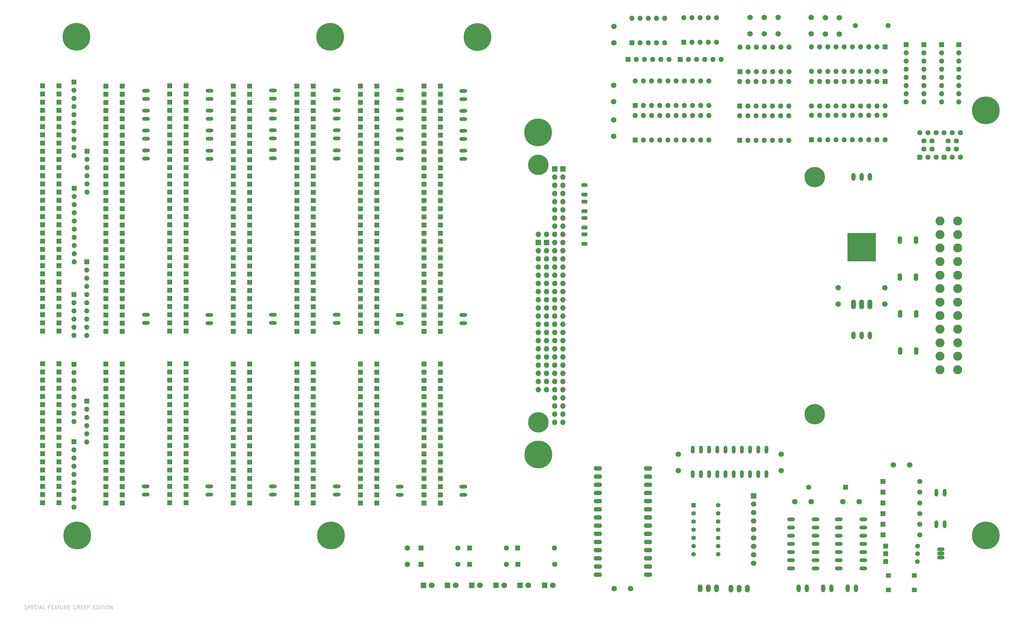
<source format=gts>
G04 #@! TF.GenerationSoftware,KiCad,Pcbnew,8.0.5*
G04 #@! TF.CreationDate,2024-09-20T21:49:53-04:00*
G04 #@! TF.ProjectId,ISA_PC104 Backplane,4953415f-5043-4313-9034-204261636b70,rev?*
G04 #@! TF.SameCoordinates,Original*
G04 #@! TF.FileFunction,Soldermask,Top*
G04 #@! TF.FilePolarity,Negative*
%FSLAX46Y46*%
G04 Gerber Fmt 4.6, Leading zero omitted, Abs format (unit mm)*
G04 Created by KiCad (PCBNEW 8.0.5) date 2024-09-20 21:49:53*
%MOMM*%
%LPD*%
G01*
G04 APERTURE LIST*
G04 Aperture macros list*
%AMRoundRect*
0 Rectangle with rounded corners*
0 $1 Rounding radius*
0 $2 $3 $4 $5 $6 $7 $8 $9 X,Y pos of 4 corners*
0 Add a 4 corners polygon primitive as box body*
4,1,4,$2,$3,$4,$5,$6,$7,$8,$9,$2,$3,0*
0 Add four circle primitives for the rounded corners*
1,1,$1+$1,$2,$3*
1,1,$1+$1,$4,$5*
1,1,$1+$1,$6,$7*
1,1,$1+$1,$8,$9*
0 Add four rect primitives between the rounded corners*
20,1,$1+$1,$2,$3,$4,$5,0*
20,1,$1+$1,$4,$5,$6,$7,0*
20,1,$1+$1,$6,$7,$8,$9,0*
20,1,$1+$1,$8,$9,$2,$3,0*%
G04 Aperture macros list end*
%ADD10C,0.110000*%
%ADD11O,2.284000X1.244000*%
%ADD12R,1.800000X1.800000*%
%ADD13C,1.800000*%
%ADD14R,1.600000X1.600000*%
%ADD15C,1.600000*%
%ADD16R,1.500000X1.500000*%
%ADD17C,1.500000*%
%ADD18C,0.900000*%
%ADD19C,8.600000*%
%ADD20O,1.400000X2.400000*%
%ADD21C,1.701800*%
%ADD22O,2.400000X1.200000*%
%ADD23RoundRect,0.250000X-0.650000X0.325000X-0.650000X-0.325000X0.650000X-0.325000X0.650000X0.325000X0*%
%ADD24O,1.600000X1.600000*%
%ADD25R,1.397000X1.397000*%
%ADD26C,1.397000*%
%ADD27C,6.350000*%
%ADD28R,1.700000X1.700000*%
%ADD29O,1.700000X1.700000*%
%ADD30O,1.500000X2.400000*%
%ADD31O,1.300000X2.400000*%
%ADD32O,1.200000X2.400000*%
%ADD33C,1.700000*%
%ADD34RoundRect,0.250000X0.650000X-0.325000X0.650000X0.325000X-0.650000X0.325000X-0.650000X-0.325000X0*%
%ADD35R,1.524000X1.524000*%
%ADD36C,2.800000*%
%ADD37O,2.400000X1.214000*%
%ADD38R,8.890000X8.890000*%
%ADD39O,1.524000X3.000000*%
%ADD40O,2.604000X1.404000*%
%ADD41R,1.600000X1.400000*%
G04 APERTURE END LIST*
D10*
X89431891Y-247407280D02*
X89589034Y-247459660D01*
X89589034Y-247459660D02*
X89850939Y-247459660D01*
X89850939Y-247459660D02*
X89955701Y-247407280D01*
X89955701Y-247407280D02*
X90008082Y-247354899D01*
X90008082Y-247354899D02*
X90060463Y-247250137D01*
X90060463Y-247250137D02*
X90060463Y-247145375D01*
X90060463Y-247145375D02*
X90008082Y-247040613D01*
X90008082Y-247040613D02*
X89955701Y-246988232D01*
X89955701Y-246988232D02*
X89850939Y-246935851D01*
X89850939Y-246935851D02*
X89641415Y-246883470D01*
X89641415Y-246883470D02*
X89536653Y-246831089D01*
X89536653Y-246831089D02*
X89484272Y-246778708D01*
X89484272Y-246778708D02*
X89431891Y-246673946D01*
X89431891Y-246673946D02*
X89431891Y-246569184D01*
X89431891Y-246569184D02*
X89484272Y-246464422D01*
X89484272Y-246464422D02*
X89536653Y-246412041D01*
X89536653Y-246412041D02*
X89641415Y-246359660D01*
X89641415Y-246359660D02*
X89903320Y-246359660D01*
X89903320Y-246359660D02*
X90060463Y-246412041D01*
X90531891Y-247459660D02*
X90531891Y-246359660D01*
X90531891Y-246359660D02*
X90950939Y-246359660D01*
X90950939Y-246359660D02*
X91055701Y-246412041D01*
X91055701Y-246412041D02*
X91108082Y-246464422D01*
X91108082Y-246464422D02*
X91160463Y-246569184D01*
X91160463Y-246569184D02*
X91160463Y-246726327D01*
X91160463Y-246726327D02*
X91108082Y-246831089D01*
X91108082Y-246831089D02*
X91055701Y-246883470D01*
X91055701Y-246883470D02*
X90950939Y-246935851D01*
X90950939Y-246935851D02*
X90531891Y-246935851D01*
X91631891Y-246883470D02*
X91998558Y-246883470D01*
X92155701Y-247459660D02*
X91631891Y-247459660D01*
X91631891Y-247459660D02*
X91631891Y-246359660D01*
X91631891Y-246359660D02*
X92155701Y-246359660D01*
X93255701Y-247354899D02*
X93203320Y-247407280D01*
X93203320Y-247407280D02*
X93046177Y-247459660D01*
X93046177Y-247459660D02*
X92941415Y-247459660D01*
X92941415Y-247459660D02*
X92784272Y-247407280D01*
X92784272Y-247407280D02*
X92679510Y-247302518D01*
X92679510Y-247302518D02*
X92627129Y-247197756D01*
X92627129Y-247197756D02*
X92574748Y-246988232D01*
X92574748Y-246988232D02*
X92574748Y-246831089D01*
X92574748Y-246831089D02*
X92627129Y-246621565D01*
X92627129Y-246621565D02*
X92679510Y-246516803D01*
X92679510Y-246516803D02*
X92784272Y-246412041D01*
X92784272Y-246412041D02*
X92941415Y-246359660D01*
X92941415Y-246359660D02*
X93046177Y-246359660D01*
X93046177Y-246359660D02*
X93203320Y-246412041D01*
X93203320Y-246412041D02*
X93255701Y-246464422D01*
X93727129Y-247459660D02*
X93727129Y-246359660D01*
X94198558Y-247145375D02*
X94722368Y-247145375D01*
X94093796Y-247459660D02*
X94460463Y-246359660D01*
X94460463Y-246359660D02*
X94827130Y-247459660D01*
X95717606Y-247459660D02*
X95193796Y-247459660D01*
X95193796Y-247459660D02*
X95193796Y-246359660D01*
X97289034Y-246883470D02*
X96922367Y-246883470D01*
X96922367Y-247459660D02*
X96922367Y-246359660D01*
X96922367Y-246359660D02*
X97446177Y-246359660D01*
X97865224Y-246883470D02*
X98231891Y-246883470D01*
X98389034Y-247459660D02*
X97865224Y-247459660D01*
X97865224Y-247459660D02*
X97865224Y-246359660D01*
X97865224Y-246359660D02*
X98389034Y-246359660D01*
X98808081Y-247145375D02*
X99331891Y-247145375D01*
X98703319Y-247459660D02*
X99069986Y-246359660D01*
X99069986Y-246359660D02*
X99436653Y-247459660D01*
X99646176Y-246359660D02*
X100274748Y-246359660D01*
X99960462Y-247459660D02*
X99960462Y-246359660D01*
X100641414Y-246359660D02*
X100641414Y-247250137D01*
X100641414Y-247250137D02*
X100693795Y-247354899D01*
X100693795Y-247354899D02*
X100746176Y-247407280D01*
X100746176Y-247407280D02*
X100850938Y-247459660D01*
X100850938Y-247459660D02*
X101060462Y-247459660D01*
X101060462Y-247459660D02*
X101165224Y-247407280D01*
X101165224Y-247407280D02*
X101217605Y-247354899D01*
X101217605Y-247354899D02*
X101269986Y-247250137D01*
X101269986Y-247250137D02*
X101269986Y-246359660D01*
X102422367Y-247459660D02*
X102055700Y-246935851D01*
X101793795Y-247459660D02*
X101793795Y-246359660D01*
X101793795Y-246359660D02*
X102212843Y-246359660D01*
X102212843Y-246359660D02*
X102317605Y-246412041D01*
X102317605Y-246412041D02*
X102369986Y-246464422D01*
X102369986Y-246464422D02*
X102422367Y-246569184D01*
X102422367Y-246569184D02*
X102422367Y-246726327D01*
X102422367Y-246726327D02*
X102369986Y-246831089D01*
X102369986Y-246831089D02*
X102317605Y-246883470D01*
X102317605Y-246883470D02*
X102212843Y-246935851D01*
X102212843Y-246935851D02*
X101793795Y-246935851D01*
X102893795Y-246883470D02*
X103260462Y-246883470D01*
X103417605Y-247459660D02*
X102893795Y-247459660D01*
X102893795Y-247459660D02*
X102893795Y-246359660D01*
X102893795Y-246359660D02*
X103417605Y-246359660D01*
X105355700Y-247354899D02*
X105303319Y-247407280D01*
X105303319Y-247407280D02*
X105146176Y-247459660D01*
X105146176Y-247459660D02*
X105041414Y-247459660D01*
X105041414Y-247459660D02*
X104884271Y-247407280D01*
X104884271Y-247407280D02*
X104779509Y-247302518D01*
X104779509Y-247302518D02*
X104727128Y-247197756D01*
X104727128Y-247197756D02*
X104674747Y-246988232D01*
X104674747Y-246988232D02*
X104674747Y-246831089D01*
X104674747Y-246831089D02*
X104727128Y-246621565D01*
X104727128Y-246621565D02*
X104779509Y-246516803D01*
X104779509Y-246516803D02*
X104884271Y-246412041D01*
X104884271Y-246412041D02*
X105041414Y-246359660D01*
X105041414Y-246359660D02*
X105146176Y-246359660D01*
X105146176Y-246359660D02*
X105303319Y-246412041D01*
X105303319Y-246412041D02*
X105355700Y-246464422D01*
X106455700Y-247459660D02*
X106089033Y-246935851D01*
X105827128Y-247459660D02*
X105827128Y-246359660D01*
X105827128Y-246359660D02*
X106246176Y-246359660D01*
X106246176Y-246359660D02*
X106350938Y-246412041D01*
X106350938Y-246412041D02*
X106403319Y-246464422D01*
X106403319Y-246464422D02*
X106455700Y-246569184D01*
X106455700Y-246569184D02*
X106455700Y-246726327D01*
X106455700Y-246726327D02*
X106403319Y-246831089D01*
X106403319Y-246831089D02*
X106350938Y-246883470D01*
X106350938Y-246883470D02*
X106246176Y-246935851D01*
X106246176Y-246935851D02*
X105827128Y-246935851D01*
X106927128Y-246883470D02*
X107293795Y-246883470D01*
X107450938Y-247459660D02*
X106927128Y-247459660D01*
X106927128Y-247459660D02*
X106927128Y-246359660D01*
X106927128Y-246359660D02*
X107450938Y-246359660D01*
X107922366Y-246883470D02*
X108289033Y-246883470D01*
X108446176Y-247459660D02*
X107922366Y-247459660D01*
X107922366Y-247459660D02*
X107922366Y-246359660D01*
X107922366Y-246359660D02*
X108446176Y-246359660D01*
X108917604Y-247459660D02*
X108917604Y-246359660D01*
X108917604Y-246359660D02*
X109336652Y-246359660D01*
X109336652Y-246359660D02*
X109441414Y-246412041D01*
X109441414Y-246412041D02*
X109493795Y-246464422D01*
X109493795Y-246464422D02*
X109546176Y-246569184D01*
X109546176Y-246569184D02*
X109546176Y-246726327D01*
X109546176Y-246726327D02*
X109493795Y-246831089D01*
X109493795Y-246831089D02*
X109441414Y-246883470D01*
X109441414Y-246883470D02*
X109336652Y-246935851D01*
X109336652Y-246935851D02*
X108917604Y-246935851D01*
X110855699Y-246883470D02*
X111222366Y-246883470D01*
X111379509Y-247459660D02*
X110855699Y-247459660D01*
X110855699Y-247459660D02*
X110855699Y-246359660D01*
X110855699Y-246359660D02*
X111379509Y-246359660D01*
X111850937Y-247459660D02*
X111850937Y-246359660D01*
X111850937Y-246359660D02*
X112112842Y-246359660D01*
X112112842Y-246359660D02*
X112269985Y-246412041D01*
X112269985Y-246412041D02*
X112374747Y-246516803D01*
X112374747Y-246516803D02*
X112427128Y-246621565D01*
X112427128Y-246621565D02*
X112479509Y-246831089D01*
X112479509Y-246831089D02*
X112479509Y-246988232D01*
X112479509Y-246988232D02*
X112427128Y-247197756D01*
X112427128Y-247197756D02*
X112374747Y-247302518D01*
X112374747Y-247302518D02*
X112269985Y-247407280D01*
X112269985Y-247407280D02*
X112112842Y-247459660D01*
X112112842Y-247459660D02*
X111850937Y-247459660D01*
X112950937Y-247459660D02*
X112950937Y-246359660D01*
X113317604Y-246359660D02*
X113946176Y-246359660D01*
X113631890Y-247459660D02*
X113631890Y-246359660D01*
X114312842Y-247459660D02*
X114312842Y-246359660D01*
X115046176Y-246359660D02*
X115255700Y-246359660D01*
X115255700Y-246359660D02*
X115360462Y-246412041D01*
X115360462Y-246412041D02*
X115465224Y-246516803D01*
X115465224Y-246516803D02*
X115517605Y-246726327D01*
X115517605Y-246726327D02*
X115517605Y-247092994D01*
X115517605Y-247092994D02*
X115465224Y-247302518D01*
X115465224Y-247302518D02*
X115360462Y-247407280D01*
X115360462Y-247407280D02*
X115255700Y-247459660D01*
X115255700Y-247459660D02*
X115046176Y-247459660D01*
X115046176Y-247459660D02*
X114941414Y-247407280D01*
X114941414Y-247407280D02*
X114836652Y-247302518D01*
X114836652Y-247302518D02*
X114784271Y-247092994D01*
X114784271Y-247092994D02*
X114784271Y-246726327D01*
X114784271Y-246726327D02*
X114836652Y-246516803D01*
X114836652Y-246516803D02*
X114941414Y-246412041D01*
X114941414Y-246412041D02*
X115046176Y-246359660D01*
X115989033Y-247459660D02*
X115989033Y-246359660D01*
X115989033Y-246359660D02*
X116617605Y-247459660D01*
X116617605Y-247459660D02*
X116617605Y-246359660D01*
D11*
X373700000Y-228940000D03*
X373700000Y-230210000D03*
X373700000Y-231480000D03*
D12*
X213215000Y-240090000D03*
D13*
X215755000Y-240090000D03*
D14*
X212465000Y-233590000D03*
D15*
X223895000Y-233590000D03*
X367250000Y-214520000D03*
D14*
X355820000Y-214520000D03*
X355815000Y-211190000D03*
D15*
X367245000Y-211190000D03*
D16*
X356600000Y-232760000D03*
D17*
X366500000Y-232760000D03*
D18*
X226780361Y-69792716D03*
X227724942Y-67512297D03*
X227724942Y-72073135D03*
X230005361Y-66567716D03*
D19*
X230005361Y-69792716D03*
D18*
X230005361Y-73017716D03*
X232285780Y-67512297D03*
X232285780Y-72073135D03*
X233230361Y-69792716D03*
D14*
X242435000Y-228500000D03*
D15*
X253865000Y-228500000D03*
D20*
X366100000Y-155800000D03*
X361100000Y-155800000D03*
D21*
X272200000Y-100540000D03*
X272200000Y-95460000D03*
X323300000Y-68740000D03*
X323300000Y-63660000D03*
D22*
X146800000Y-107565000D03*
X146800000Y-105025000D03*
D21*
X319000000Y-68740000D03*
X319000000Y-63660000D03*
D23*
X263150000Y-131050000D03*
X263150000Y-134000000D03*
D21*
X364110000Y-202650000D03*
X359030000Y-202650000D03*
D14*
X276705000Y-76700000D03*
D24*
X279245000Y-76700000D03*
X281785000Y-76700000D03*
X284325000Y-76700000D03*
X286865000Y-76700000D03*
X289405000Y-76700000D03*
D21*
X272300000Y-71540000D03*
X272300000Y-66460000D03*
D14*
X355830000Y-221160000D03*
D15*
X367260000Y-221160000D03*
D22*
X127100000Y-98800000D03*
X127100000Y-101340000D03*
D14*
X374000000Y-72100000D03*
D24*
X374000000Y-74640000D03*
X374000000Y-77180000D03*
X374000000Y-79720000D03*
X374000000Y-82260000D03*
X374000000Y-84800000D03*
X374000000Y-87340000D03*
X374000000Y-89880000D03*
D12*
X220700000Y-240120000D03*
D13*
X223240000Y-240120000D03*
D22*
X205890000Y-92550000D03*
X205890000Y-95090000D03*
D14*
X108780000Y-105260000D03*
D24*
X108780000Y-107800000D03*
X108780000Y-110340000D03*
X108780000Y-112880000D03*
X108780000Y-115420000D03*
X108780000Y-117960000D03*
D22*
X186300000Y-98750000D03*
X186300000Y-101290000D03*
X166500000Y-98725000D03*
X166500000Y-101265000D03*
X225540000Y-89040000D03*
X225540000Y-86500000D03*
D14*
X212485000Y-228475000D03*
D15*
X223915000Y-228475000D03*
D18*
X184285390Y-72932999D03*
X182004971Y-71988418D03*
X186565809Y-71988418D03*
X181060390Y-69707999D03*
D19*
X184285390Y-69707999D03*
D18*
X187510390Y-69707999D03*
X182004971Y-67427580D03*
X186565809Y-67427580D03*
X184285390Y-66482999D03*
D22*
X205900000Y-88900000D03*
X205900000Y-86360000D03*
X166500000Y-88870000D03*
X166500000Y-86330000D03*
D25*
X297005000Y-215250000D03*
D26*
X297005000Y-217790000D03*
X297005000Y-220330000D03*
X297005000Y-222870000D03*
X297005000Y-225410000D03*
X297005000Y-227950000D03*
X297005000Y-230490000D03*
X304625000Y-230490000D03*
X304625000Y-227950000D03*
X304625000Y-225410000D03*
X304625000Y-222870000D03*
X304625000Y-220330000D03*
X304625000Y-217790000D03*
X304625000Y-215250000D03*
D20*
X366078849Y-132857869D03*
X361078849Y-132857869D03*
D22*
X225550000Y-92700000D03*
X225550000Y-95240000D03*
D14*
X227510000Y-233550000D03*
D15*
X238940000Y-233550000D03*
D21*
X333550000Y-63700000D03*
X333550000Y-68780000D03*
D22*
X127070000Y-156070000D03*
X127070000Y-158610000D03*
D27*
X334610000Y-186930000D03*
X334610000Y-113270000D03*
X248880000Y-189470000D03*
X248880000Y-109460000D03*
D28*
X253960000Y-110730000D03*
D29*
X253960000Y-113270000D03*
X253960000Y-115810000D03*
X253960000Y-118350000D03*
X253960000Y-120890000D03*
X253960000Y-123430000D03*
X253960000Y-125970000D03*
X253960000Y-128510000D03*
X253960000Y-131050000D03*
X253960000Y-133590000D03*
X253960000Y-136130000D03*
X253960000Y-138670000D03*
X253960000Y-141210000D03*
X253960000Y-143750000D03*
X253960000Y-146290000D03*
X253960000Y-148830000D03*
X253960000Y-151370000D03*
X253960000Y-153910000D03*
X253960000Y-156450000D03*
X253960000Y-158990000D03*
X253960000Y-161530000D03*
X253960000Y-164070000D03*
X253960000Y-166610000D03*
X253960000Y-169150000D03*
X253960000Y-171690000D03*
X253960000Y-174230000D03*
X253960000Y-176770000D03*
X253960000Y-179310000D03*
X253960000Y-181850000D03*
X253960000Y-184390000D03*
X253960000Y-186930000D03*
X253960000Y-189470000D03*
D28*
X256500000Y-110730000D03*
D29*
X256500000Y-113270000D03*
X256500000Y-115810000D03*
X256500000Y-118350000D03*
X256500000Y-120890000D03*
X256500000Y-123430000D03*
X256500000Y-125970000D03*
X256500000Y-128510000D03*
X256500000Y-131050000D03*
X256500000Y-133590000D03*
X256500000Y-136130000D03*
X256500000Y-138670000D03*
X256500000Y-141210000D03*
X256500000Y-143750000D03*
X256500000Y-146290000D03*
X256500000Y-148830000D03*
X256500000Y-151370000D03*
X256500000Y-153910000D03*
X256500000Y-156450000D03*
X256500000Y-158990000D03*
X256500000Y-161530000D03*
X256500000Y-164070000D03*
X256500000Y-166610000D03*
X256500000Y-169150000D03*
X256500000Y-171690000D03*
X256500000Y-174230000D03*
X256500000Y-176770000D03*
X256500000Y-179310000D03*
X256500000Y-181850000D03*
X256500000Y-184390000D03*
X256500000Y-186930000D03*
X256500000Y-189470000D03*
X251420000Y-131050000D03*
D28*
X251420000Y-133590000D03*
D29*
X251420000Y-136130000D03*
X251420000Y-138670000D03*
X251420000Y-141210000D03*
X251420000Y-143750000D03*
X251420000Y-146290000D03*
X251420000Y-148830000D03*
X251420000Y-151370000D03*
X251420000Y-153910000D03*
X251420000Y-156450000D03*
X251420000Y-158990000D03*
X251420000Y-161530000D03*
X251420000Y-164070000D03*
X251420000Y-166610000D03*
X251420000Y-169150000D03*
X251420000Y-171690000D03*
X251420000Y-174230000D03*
X251420000Y-176770000D03*
X251420000Y-179310000D03*
X248880000Y-131050000D03*
D28*
X248880000Y-133590000D03*
D29*
X248880000Y-136130000D03*
X248880000Y-138670000D03*
X248880000Y-141210000D03*
X248880000Y-143750000D03*
X248880000Y-146290000D03*
X248880000Y-148830000D03*
X248880000Y-151370000D03*
X248880000Y-153910000D03*
X248880000Y-156450000D03*
X248880000Y-158990000D03*
X248880000Y-161530000D03*
X248880000Y-164070000D03*
X248880000Y-166610000D03*
X248880000Y-169150000D03*
X248880000Y-171690000D03*
X248880000Y-174230000D03*
X248880000Y-176770000D03*
X248880000Y-179310000D03*
D22*
X186300000Y-107490000D03*
X186300000Y-104950000D03*
D14*
X104750000Y-195530000D03*
D24*
X104750000Y-198070000D03*
X104750000Y-200610000D03*
X104750000Y-203150000D03*
X104750000Y-205690000D03*
X104750000Y-208230000D03*
X104750000Y-210770000D03*
X104750000Y-213310000D03*
X104750000Y-215850000D03*
D14*
X108750000Y-182850000D03*
D24*
X108750000Y-185390000D03*
X108750000Y-187930000D03*
X108750000Y-190470000D03*
X108750000Y-193010000D03*
X108750000Y-195550000D03*
D30*
X304115000Y-241075000D03*
X301575000Y-241075000D03*
X299035000Y-241075000D03*
D16*
X356610000Y-230320000D03*
D17*
X366510000Y-230320000D03*
D14*
X374762975Y-107062973D03*
D15*
X376032975Y-104522973D03*
X377302975Y-107062973D03*
X378572975Y-104522973D03*
X379842975Y-107062973D03*
X379842975Y-99442973D03*
X378572975Y-101982973D03*
X377302975Y-99442973D03*
X376032975Y-101982973D03*
X374762975Y-99442973D03*
D31*
X346620000Y-113200000D03*
X349160000Y-113200000D03*
X351700000Y-113200000D03*
D32*
X372380000Y-211320000D03*
X374920000Y-211320000D03*
D14*
X278940000Y-91000000D03*
D24*
X281480000Y-91000000D03*
X284020000Y-91000000D03*
X286560000Y-91000000D03*
X289100000Y-91000000D03*
X291640000Y-91000000D03*
X294180000Y-91000000D03*
X296720000Y-91000000D03*
X299260000Y-91000000D03*
X301800000Y-91000000D03*
X301800000Y-83380000D03*
X299260000Y-83380000D03*
X296720000Y-83380000D03*
X294180000Y-83380000D03*
X291640000Y-83380000D03*
X289100000Y-83380000D03*
X286560000Y-83380000D03*
X284020000Y-83380000D03*
X281480000Y-83380000D03*
X278940000Y-83380000D03*
D21*
X333540000Y-214150000D03*
X328460000Y-214150000D03*
D22*
X146800000Y-98825000D03*
X146800000Y-101365000D03*
D14*
X277900000Y-71500000D03*
D24*
X280440000Y-71500000D03*
X282980000Y-71500000D03*
X285520000Y-71500000D03*
X288060000Y-71500000D03*
X288060000Y-63880000D03*
X285520000Y-63880000D03*
X282980000Y-63880000D03*
X280440000Y-63880000D03*
X277900000Y-63880000D03*
D14*
X311410000Y-80500000D03*
D24*
X313950000Y-80500000D03*
X316490000Y-80500000D03*
X319030000Y-80500000D03*
X321570000Y-80500000D03*
X324110000Y-80500000D03*
X326650000Y-80500000D03*
X326650000Y-72880000D03*
X324110000Y-72880000D03*
X321570000Y-72880000D03*
X319030000Y-72880000D03*
X316490000Y-72880000D03*
X313950000Y-72880000D03*
X311410000Y-72880000D03*
D22*
X205850000Y-156100000D03*
X205850000Y-158640000D03*
D21*
X292325000Y-199370000D03*
X292325000Y-204450000D03*
D14*
X242510000Y-233600000D03*
D15*
X253940000Y-233600000D03*
D23*
X263175000Y-115770000D03*
X263175000Y-118720000D03*
D18*
X102320390Y-69707999D03*
X103264971Y-67427580D03*
X103264971Y-71988418D03*
X105545390Y-66482999D03*
D19*
X105545390Y-69707999D03*
D18*
X105545390Y-72932999D03*
X107825809Y-67427580D03*
X107825809Y-71988418D03*
X108770390Y-69707999D03*
D28*
X315650000Y-212300000D03*
D33*
X315650000Y-214916200D03*
X315650000Y-217532400D03*
X315650000Y-220148600D03*
X315650000Y-222764800D03*
X315650000Y-225381000D03*
X315650000Y-227997200D03*
X315650000Y-230613400D03*
X315650000Y-233229600D03*
D22*
X146780000Y-156090000D03*
X146780000Y-158630000D03*
D18*
X384450000Y-92568000D03*
X385394581Y-90287581D03*
X385394581Y-94848419D03*
X387675000Y-89343000D03*
D19*
X387675000Y-92568000D03*
D18*
X387675000Y-95793000D03*
X389955419Y-90287581D03*
X389955419Y-94848419D03*
X390900000Y-92568000D03*
D21*
X208250000Y-228510000D03*
X208250000Y-233590000D03*
D22*
X146760000Y-209380000D03*
X146760000Y-211920000D03*
D34*
X263160000Y-128920000D03*
X263160000Y-125970000D03*
D22*
X186300000Y-92550000D03*
X186300000Y-95090000D03*
D21*
X341900000Y-152740000D03*
X341900000Y-147660000D03*
D22*
X186300000Y-88890000D03*
X186300000Y-86350000D03*
D14*
X227485000Y-228500000D03*
D15*
X238915000Y-228500000D03*
D35*
X173930000Y-84960000D03*
X173930000Y-87500000D03*
X173930000Y-90040000D03*
X173930000Y-92580000D03*
X173930000Y-95120000D03*
X173930000Y-97660000D03*
X173930000Y-100200000D03*
X173930000Y-102740000D03*
X173930000Y-105280000D03*
X173930000Y-107820000D03*
X173930000Y-110360000D03*
X173930000Y-112900000D03*
X173930000Y-115440000D03*
X173930000Y-117980000D03*
X173930000Y-120520000D03*
X173930000Y-123060000D03*
X173930000Y-125600000D03*
X173930000Y-128140000D03*
X173930000Y-130680000D03*
X173930000Y-133220000D03*
X173930000Y-135760000D03*
X173930000Y-138300000D03*
X173930000Y-140840000D03*
X173930000Y-143380000D03*
X173930000Y-145920000D03*
X173930000Y-148460000D03*
X173930000Y-151000000D03*
X173930000Y-153540000D03*
X173930000Y-156080000D03*
X173930000Y-158620000D03*
X173930000Y-161160000D03*
X179010000Y-84960000D03*
X179010000Y-87500000D03*
X179010000Y-90040000D03*
X179010000Y-92580000D03*
X179010000Y-95120000D03*
X179010000Y-97660000D03*
X179010000Y-100200000D03*
X179010000Y-102740000D03*
X179010000Y-105280000D03*
X179010000Y-107820000D03*
X179010000Y-110360000D03*
X179010000Y-112900000D03*
X179010000Y-115440000D03*
X179010000Y-117980000D03*
X179010000Y-120520000D03*
X179010000Y-123060000D03*
X179010000Y-125600000D03*
X179010000Y-128140000D03*
X179010000Y-130680000D03*
X179010000Y-133220000D03*
X179010000Y-135760000D03*
X179010000Y-138300000D03*
X179010000Y-140840000D03*
X179010000Y-143380000D03*
X179010000Y-145920000D03*
X179010000Y-148460000D03*
X179010000Y-151000000D03*
X179010000Y-153540000D03*
X179010000Y-156080000D03*
X179010000Y-158620000D03*
X179010000Y-161160000D03*
X173930000Y-171320000D03*
X173930000Y-173860000D03*
X173930000Y-176400000D03*
X173930000Y-178940000D03*
X173930000Y-181480000D03*
X173930000Y-184020000D03*
X173930000Y-186560000D03*
X173930000Y-189100000D03*
X173930000Y-191640000D03*
X173930000Y-194180000D03*
X173930000Y-196720000D03*
X173930000Y-199260000D03*
X173930000Y-201800000D03*
X173930000Y-204340000D03*
X173930000Y-206880000D03*
X173930000Y-209420000D03*
X173930000Y-211960000D03*
X173930000Y-214500000D03*
X179010000Y-171320000D03*
X179010000Y-173860000D03*
X179010000Y-176400000D03*
X179010000Y-178940000D03*
X179010000Y-181480000D03*
X179010000Y-184020000D03*
X179010000Y-186560000D03*
X179010000Y-189100000D03*
X179010000Y-191640000D03*
X179010000Y-194180000D03*
X179010000Y-196720000D03*
X179010000Y-199260000D03*
X179010000Y-201800000D03*
X179010000Y-204340000D03*
X179010000Y-206880000D03*
X179010000Y-209420000D03*
X179010000Y-211960000D03*
X179010000Y-214500000D03*
D21*
X277440000Y-241150000D03*
X272360000Y-241150000D03*
X356400000Y-152740000D03*
X356400000Y-147660000D03*
D14*
X344215000Y-209600000D03*
D15*
X332785000Y-209600000D03*
D14*
X368500000Y-72100000D03*
D24*
X368500000Y-74640000D03*
X368500000Y-77180000D03*
X368500000Y-79720000D03*
X368500000Y-82260000D03*
X368500000Y-84800000D03*
X368500000Y-87340000D03*
X368500000Y-89880000D03*
D21*
X348440000Y-214150000D03*
X343360000Y-214150000D03*
D14*
X355820000Y-217840000D03*
D15*
X367250000Y-217840000D03*
D18*
X245575000Y-99375000D03*
X246519581Y-97094581D03*
X246519581Y-101655419D03*
X248800000Y-96150000D03*
D19*
X248800000Y-99375000D03*
D18*
X248800000Y-102600000D03*
X251080419Y-97094581D03*
X251080419Y-101655419D03*
X252025000Y-99375000D03*
X384450000Y-224648000D03*
X385394581Y-222367581D03*
X385394581Y-226928419D03*
X387675000Y-221423000D03*
D19*
X387675000Y-224648000D03*
D18*
X387675000Y-227873000D03*
X389955419Y-222367581D03*
X389955419Y-226928419D03*
X390900000Y-224648000D03*
D12*
X250775000Y-240150000D03*
D13*
X253315000Y-240150000D03*
D21*
X272200000Y-84760000D03*
X272200000Y-89840000D03*
D22*
X166500000Y-209400000D03*
X166500000Y-211940000D03*
D32*
X296795000Y-205535000D03*
X299335000Y-205535000D03*
X301875000Y-205535000D03*
X304415000Y-205535000D03*
X306955000Y-205535000D03*
X309495000Y-205535000D03*
X312035000Y-205535000D03*
X314575000Y-205535000D03*
X317115000Y-205535000D03*
X319655000Y-205535000D03*
X319655000Y-197915000D03*
X317115000Y-197915000D03*
X314575000Y-197915000D03*
X312035000Y-197915000D03*
X309495000Y-197915000D03*
X306955000Y-197915000D03*
X304415000Y-197915000D03*
X301875000Y-197915000D03*
X299335000Y-197915000D03*
X296795000Y-197915000D03*
D12*
X243200000Y-240120000D03*
D13*
X245740000Y-240120000D03*
D22*
X225540000Y-209470000D03*
X225540000Y-212010000D03*
X127010000Y-209390000D03*
X127010000Y-211930000D03*
X127100000Y-92600000D03*
X127100000Y-95140000D03*
D15*
X347270000Y-66200000D03*
D24*
X357430000Y-66200000D03*
D18*
X181250000Y-224648000D03*
X182194581Y-222367581D03*
X182194581Y-226928419D03*
X184475000Y-221423000D03*
D19*
X184475000Y-224648000D03*
D18*
X184475000Y-227873000D03*
X186755419Y-222367581D03*
X186755419Y-226928419D03*
X187700000Y-224648000D03*
D22*
X166475000Y-156050000D03*
X166475000Y-158590000D03*
D36*
X373500000Y-173120000D03*
X373500000Y-168920000D03*
X373500000Y-164720000D03*
X373500000Y-160520000D03*
X373500000Y-156320000D03*
X373500000Y-152120000D03*
X373500000Y-147920000D03*
X373500000Y-143720000D03*
X373500000Y-139520000D03*
X373500000Y-135320000D03*
X373500000Y-131120000D03*
X373500000Y-126920000D03*
X379000000Y-173120000D03*
X379000000Y-168920000D03*
X379000000Y-164720000D03*
X379000000Y-160520000D03*
X379000000Y-156320000D03*
X379000000Y-152120000D03*
X379000000Y-147920000D03*
X379000000Y-143720000D03*
X379000000Y-139520000D03*
X379000000Y-135320000D03*
X379000000Y-131120000D03*
X379000000Y-126920000D03*
D22*
X205810000Y-209470000D03*
X205810000Y-212010000D03*
D16*
X356609418Y-227877617D03*
D17*
X366509418Y-227877617D03*
D30*
X313680000Y-241100000D03*
X311140000Y-241100000D03*
X308600000Y-241100000D03*
D14*
X108750000Y-139640000D03*
D24*
X108750000Y-142180000D03*
X108750000Y-144720000D03*
X108750000Y-147260000D03*
X108750000Y-149800000D03*
X108750000Y-152340000D03*
X108750000Y-154880000D03*
X108750000Y-157420000D03*
X108750000Y-159960000D03*
X108750000Y-162500000D03*
D31*
X337230000Y-241000000D03*
X339770000Y-241000000D03*
D14*
X379300000Y-72100000D03*
D24*
X379300000Y-74640000D03*
X379300000Y-77180000D03*
X379300000Y-79720000D03*
X379300000Y-82260000D03*
X379300000Y-84800000D03*
X379300000Y-87340000D03*
X379300000Y-89880000D03*
D14*
X292845000Y-76700000D03*
D24*
X295385000Y-76700000D03*
X297925000Y-76700000D03*
X300465000Y-76700000D03*
X303005000Y-76700000D03*
X305545000Y-76700000D03*
D12*
X228200000Y-240120000D03*
D13*
X230740000Y-240120000D03*
D14*
X355820000Y-224450000D03*
D15*
X367250000Y-224450000D03*
D35*
X95000000Y-84940000D03*
X95000000Y-87480000D03*
X95000000Y-90020000D03*
X95000000Y-92560000D03*
X95000000Y-95100000D03*
X95000000Y-97640000D03*
X95000000Y-100180000D03*
X95000000Y-102720000D03*
X95000000Y-105260000D03*
X95000000Y-107800000D03*
X95000000Y-110340000D03*
X95000000Y-112880000D03*
X95000000Y-115420000D03*
X95000000Y-117960000D03*
X95000000Y-120500000D03*
X95000000Y-123040000D03*
X95000000Y-125580000D03*
X95000000Y-128120000D03*
X95000000Y-130660000D03*
X95000000Y-133200000D03*
X95000000Y-135740000D03*
X95000000Y-138280000D03*
X95000000Y-140820000D03*
X95000000Y-143360000D03*
X95000000Y-145900000D03*
X95000000Y-148440000D03*
X95000000Y-150980000D03*
X95000000Y-153520000D03*
X95000000Y-156060000D03*
X95000000Y-158600000D03*
X95000000Y-161140000D03*
X100080000Y-84940000D03*
X100080000Y-87480000D03*
X100080000Y-90020000D03*
X100080000Y-92560000D03*
X100080000Y-95100000D03*
X100080000Y-97640000D03*
X100080000Y-100180000D03*
X100080000Y-102720000D03*
X100080000Y-105260000D03*
X100080000Y-107800000D03*
X100080000Y-110340000D03*
X100080000Y-112880000D03*
X100080000Y-115420000D03*
X100080000Y-117960000D03*
X100080000Y-120500000D03*
X100080000Y-123040000D03*
X100080000Y-125580000D03*
X100080000Y-128120000D03*
X100080000Y-130660000D03*
X100080000Y-133200000D03*
X100080000Y-135740000D03*
X100080000Y-138280000D03*
X100080000Y-140820000D03*
X100080000Y-143360000D03*
X100080000Y-145900000D03*
X100080000Y-148440000D03*
X100080000Y-150980000D03*
X100080000Y-153520000D03*
X100080000Y-156060000D03*
X100080000Y-158600000D03*
X100080000Y-161140000D03*
X95000000Y-171300000D03*
X95000000Y-173840000D03*
X95000000Y-176380000D03*
X95000000Y-178920000D03*
X95000000Y-181460000D03*
X95000000Y-184000000D03*
X95000000Y-186540000D03*
X95000000Y-189080000D03*
X95000000Y-191620000D03*
X95000000Y-194160000D03*
X95000000Y-196700000D03*
X95000000Y-199240000D03*
X95000000Y-201780000D03*
X95000000Y-204320000D03*
X95000000Y-206860000D03*
X95000000Y-209400000D03*
X95000000Y-211940000D03*
X95000000Y-214480000D03*
X100080000Y-171300000D03*
X100080000Y-173840000D03*
X100080000Y-176380000D03*
X100080000Y-178920000D03*
X100080000Y-181460000D03*
X100080000Y-184000000D03*
X100080000Y-186540000D03*
X100080000Y-189080000D03*
X100080000Y-191620000D03*
X100080000Y-194160000D03*
X100080000Y-196700000D03*
X100080000Y-199240000D03*
X100080000Y-201780000D03*
X100080000Y-204320000D03*
X100080000Y-206860000D03*
X100080000Y-209400000D03*
X100080000Y-211940000D03*
X100080000Y-214480000D03*
D14*
X104720000Y-83710000D03*
D24*
X104720000Y-86250000D03*
X104720000Y-88790000D03*
X104720000Y-91330000D03*
X104720000Y-93870000D03*
X104720000Y-96410000D03*
X104720000Y-98950000D03*
X104720000Y-101490000D03*
X104720000Y-104030000D03*
X104720000Y-106570000D03*
D22*
X205890000Y-107490000D03*
X205890000Y-104950000D03*
X146800000Y-92625000D03*
X146800000Y-95165000D03*
D31*
X351690000Y-162450000D03*
X349150000Y-162450000D03*
X346610000Y-162450000D03*
D21*
X342250000Y-68790000D03*
X342250000Y-63710000D03*
D14*
X363000000Y-72100000D03*
D24*
X363000000Y-74640000D03*
X363000000Y-77180000D03*
X363000000Y-79720000D03*
X363000000Y-82260000D03*
X363000000Y-84800000D03*
X363000000Y-87340000D03*
X363000000Y-89880000D03*
D20*
X361100000Y-167300000D03*
X366100000Y-167300000D03*
D37*
X342100000Y-219625000D03*
X342100000Y-222165000D03*
X342100000Y-224705000D03*
X342100000Y-227245000D03*
X342100000Y-229785000D03*
X342100000Y-232325000D03*
X342100000Y-234865000D03*
X349720000Y-234865000D03*
X349720000Y-232325000D03*
X349720000Y-229785000D03*
X349720000Y-227245000D03*
X349720000Y-224705000D03*
D22*
X349720000Y-222165000D03*
X349720000Y-219625000D03*
D14*
X333600000Y-101720000D03*
D24*
X336140000Y-101720000D03*
X338680000Y-101720000D03*
X341220000Y-101720000D03*
X343760000Y-101720000D03*
X346300000Y-101720000D03*
X348840000Y-101720000D03*
X351380000Y-101720000D03*
X353920000Y-101720000D03*
X356460000Y-101720000D03*
X356460000Y-94100000D03*
X353920000Y-94100000D03*
X351380000Y-94100000D03*
X348840000Y-94100000D03*
X346300000Y-94100000D03*
X343760000Y-94100000D03*
X341220000Y-94100000D03*
X338680000Y-94100000D03*
X336140000Y-94100000D03*
X333600000Y-94100000D03*
D22*
X225550000Y-156110000D03*
X225550000Y-158650000D03*
D14*
X278940000Y-101800000D03*
D24*
X281480000Y-101800000D03*
X284020000Y-101800000D03*
X286560000Y-101800000D03*
X289100000Y-101800000D03*
X291640000Y-101800000D03*
X294180000Y-101800000D03*
X296720000Y-101800000D03*
X299260000Y-101800000D03*
X301800000Y-101800000D03*
X301800000Y-94180000D03*
X299260000Y-94180000D03*
X296720000Y-94180000D03*
X294180000Y-94180000D03*
X291640000Y-94180000D03*
X289100000Y-94180000D03*
X286560000Y-94180000D03*
X284020000Y-94180000D03*
X281480000Y-94180000D03*
X278940000Y-94180000D03*
D21*
X337900000Y-68790000D03*
X337900000Y-63710000D03*
D12*
X235700000Y-240120000D03*
D13*
X238240000Y-240120000D03*
D35*
X193680000Y-84960000D03*
X193680000Y-87500000D03*
X193680000Y-90040000D03*
X193680000Y-92580000D03*
X193680000Y-95120000D03*
X193680000Y-97660000D03*
X193680000Y-100200000D03*
X193680000Y-102740000D03*
X193680000Y-105280000D03*
X193680000Y-107820000D03*
X193680000Y-110360000D03*
X193680000Y-112900000D03*
X193680000Y-115440000D03*
X193680000Y-117980000D03*
X193680000Y-120520000D03*
X193680000Y-123060000D03*
X193680000Y-125600000D03*
X193680000Y-128140000D03*
X193680000Y-130680000D03*
X193680000Y-133220000D03*
X193680000Y-135760000D03*
X193680000Y-138300000D03*
X193680000Y-140840000D03*
X193680000Y-143380000D03*
X193680000Y-145920000D03*
X193680000Y-148460000D03*
X193680000Y-151000000D03*
X193680000Y-153540000D03*
X193680000Y-156080000D03*
X193680000Y-158620000D03*
X193680000Y-161160000D03*
X198760000Y-84960000D03*
X198760000Y-87500000D03*
X198760000Y-90040000D03*
X198760000Y-92580000D03*
X198760000Y-95120000D03*
X198760000Y-97660000D03*
X198760000Y-100200000D03*
X198760000Y-102740000D03*
X198760000Y-105280000D03*
X198760000Y-107820000D03*
X198760000Y-110360000D03*
X198760000Y-112900000D03*
X198760000Y-115440000D03*
X198760000Y-117980000D03*
X198760000Y-120520000D03*
X198760000Y-123060000D03*
X198760000Y-125600000D03*
X198760000Y-128140000D03*
X198760000Y-130680000D03*
X198760000Y-133220000D03*
X198760000Y-135760000D03*
X198760000Y-138300000D03*
X198760000Y-140840000D03*
X198760000Y-143380000D03*
X198760000Y-145920000D03*
X198760000Y-148460000D03*
X198760000Y-151000000D03*
X198760000Y-153540000D03*
X198760000Y-156080000D03*
X198760000Y-158620000D03*
X198760000Y-161160000D03*
X193680000Y-171320000D03*
X193680000Y-173860000D03*
X193680000Y-176400000D03*
X193680000Y-178940000D03*
X193680000Y-181480000D03*
X193680000Y-184020000D03*
X193680000Y-186560000D03*
X193680000Y-189100000D03*
X193680000Y-191640000D03*
X193680000Y-194180000D03*
X193680000Y-196720000D03*
X193680000Y-199260000D03*
X193680000Y-201800000D03*
X193680000Y-204340000D03*
X193680000Y-206880000D03*
X193680000Y-209420000D03*
X193680000Y-211960000D03*
X193680000Y-214500000D03*
X198760000Y-171320000D03*
X198760000Y-173860000D03*
X198760000Y-176400000D03*
X198760000Y-178940000D03*
X198760000Y-181480000D03*
X198760000Y-184020000D03*
X198760000Y-186560000D03*
X198760000Y-189100000D03*
X198760000Y-191640000D03*
X198760000Y-194180000D03*
X198760000Y-196720000D03*
X198760000Y-199260000D03*
X198760000Y-201800000D03*
X198760000Y-204340000D03*
X198760000Y-206880000D03*
X198760000Y-209420000D03*
X198760000Y-211960000D03*
X198760000Y-214500000D03*
D32*
X374890000Y-221140000D03*
X372350000Y-221140000D03*
D20*
X366075000Y-144350000D03*
X361075000Y-144350000D03*
D14*
X104750000Y-171420000D03*
D24*
X104750000Y-173960000D03*
X104750000Y-176500000D03*
X104750000Y-179040000D03*
X104750000Y-181580000D03*
X104750000Y-184120000D03*
X104750000Y-186660000D03*
X104750000Y-189200000D03*
D37*
X327280000Y-219660000D03*
X327280000Y-222200000D03*
X327280000Y-224740000D03*
X327280000Y-227280000D03*
X327280000Y-229820000D03*
X327280000Y-232360000D03*
X327280000Y-234900000D03*
X334900000Y-234900000D03*
X334900000Y-232360000D03*
X334900000Y-229820000D03*
X334900000Y-227280000D03*
X334900000Y-224740000D03*
D22*
X334900000Y-222200000D03*
X334900000Y-219660000D03*
D34*
X263175000Y-123835000D03*
X263175000Y-120885000D03*
D38*
X349150000Y-135032500D03*
D39*
X346610000Y-152812500D03*
X349150000Y-152812500D03*
X351690000Y-152812500D03*
D14*
X311380000Y-91200000D03*
D24*
X313920000Y-91200000D03*
X316460000Y-91200000D03*
X319000000Y-91200000D03*
X321540000Y-91200000D03*
X324080000Y-91200000D03*
X326620000Y-91200000D03*
X326620000Y-83580000D03*
X324080000Y-83580000D03*
X321540000Y-83580000D03*
X319000000Y-83580000D03*
X316460000Y-83580000D03*
X313920000Y-83580000D03*
X311380000Y-83580000D03*
D35*
X154190000Y-84960000D03*
X154190000Y-87500000D03*
X154190000Y-90040000D03*
X154190000Y-92580000D03*
X154190000Y-95120000D03*
X154190000Y-97660000D03*
X154190000Y-100200000D03*
X154190000Y-102740000D03*
X154190000Y-105280000D03*
X154190000Y-107820000D03*
X154190000Y-110360000D03*
X154190000Y-112900000D03*
X154190000Y-115440000D03*
X154190000Y-117980000D03*
X154190000Y-120520000D03*
X154190000Y-123060000D03*
X154190000Y-125600000D03*
X154190000Y-128140000D03*
X154190000Y-130680000D03*
X154190000Y-133220000D03*
X154190000Y-135760000D03*
X154190000Y-138300000D03*
X154190000Y-140840000D03*
X154190000Y-143380000D03*
X154190000Y-145920000D03*
X154190000Y-148460000D03*
X154190000Y-151000000D03*
X154190000Y-153540000D03*
X154190000Y-156080000D03*
X154190000Y-158620000D03*
X154190000Y-161160000D03*
X159270000Y-84960000D03*
X159270000Y-87500000D03*
X159270000Y-90040000D03*
X159270000Y-92580000D03*
X159270000Y-95120000D03*
X159270000Y-97660000D03*
X159270000Y-100200000D03*
X159270000Y-102740000D03*
X159270000Y-105280000D03*
X159270000Y-107820000D03*
X159270000Y-110360000D03*
X159270000Y-112900000D03*
X159270000Y-115440000D03*
X159270000Y-117980000D03*
X159270000Y-120520000D03*
X159270000Y-123060000D03*
X159270000Y-125600000D03*
X159270000Y-128140000D03*
X159270000Y-130680000D03*
X159270000Y-133220000D03*
X159270000Y-135760000D03*
X159270000Y-138300000D03*
X159270000Y-140840000D03*
X159270000Y-143380000D03*
X159270000Y-145920000D03*
X159270000Y-148460000D03*
X159270000Y-151000000D03*
X159270000Y-153540000D03*
X159270000Y-156080000D03*
X159270000Y-158620000D03*
X159270000Y-161160000D03*
X154190000Y-171320000D03*
X154190000Y-173860000D03*
X154190000Y-176400000D03*
X154190000Y-178940000D03*
X154190000Y-181480000D03*
X154190000Y-184020000D03*
X154190000Y-186560000D03*
X154190000Y-189100000D03*
X154190000Y-191640000D03*
X154190000Y-194180000D03*
X154190000Y-196720000D03*
X154190000Y-199260000D03*
X154190000Y-201800000D03*
X154190000Y-204340000D03*
X154190000Y-206880000D03*
X154190000Y-209420000D03*
X154190000Y-211960000D03*
X154190000Y-214500000D03*
X159270000Y-171320000D03*
X159270000Y-173860000D03*
X159270000Y-176400000D03*
X159270000Y-178940000D03*
X159270000Y-181480000D03*
X159270000Y-184020000D03*
X159270000Y-186560000D03*
X159270000Y-189100000D03*
X159270000Y-191640000D03*
X159270000Y-194180000D03*
X159270000Y-196720000D03*
X159270000Y-199260000D03*
X159270000Y-201800000D03*
X159270000Y-204340000D03*
X159270000Y-206880000D03*
X159270000Y-209420000D03*
X159270000Y-211960000D03*
X159270000Y-214500000D03*
D22*
X146800000Y-88970000D03*
X146800000Y-86430000D03*
D21*
X314600000Y-68780000D03*
X314600000Y-63700000D03*
D22*
X225540000Y-107630000D03*
X225540000Y-105090000D03*
D14*
X311380000Y-101820000D03*
D24*
X313920000Y-101820000D03*
X316460000Y-101820000D03*
X319000000Y-101820000D03*
X321540000Y-101820000D03*
X324080000Y-101820000D03*
X326620000Y-101820000D03*
X326620000Y-94200000D03*
X324080000Y-94200000D03*
X321540000Y-94200000D03*
X319000000Y-94200000D03*
X316460000Y-94200000D03*
X313920000Y-94200000D03*
X311380000Y-94200000D03*
D14*
X294000000Y-71400000D03*
D24*
X296540000Y-71400000D03*
X299080000Y-71400000D03*
X301620000Y-71400000D03*
X304160000Y-71400000D03*
X304160000Y-63780000D03*
X301620000Y-63780000D03*
X299080000Y-63780000D03*
X296540000Y-63780000D03*
X294000000Y-63780000D03*
D18*
X102510000Y-224648000D03*
X103454581Y-222367581D03*
X103454581Y-226928419D03*
X105735000Y-221423000D03*
D19*
X105735000Y-224648000D03*
D18*
X105735000Y-227873000D03*
X108015419Y-222367581D03*
X108015419Y-226928419D03*
X108960000Y-224648000D03*
D14*
X104868779Y-116727480D03*
D24*
X104868779Y-119267480D03*
X104868779Y-121807480D03*
X104868779Y-124347480D03*
X104868779Y-126887480D03*
X104868779Y-129427480D03*
X104868779Y-131967480D03*
X104868779Y-134507480D03*
X104868779Y-137047480D03*
X104868779Y-139587480D03*
D22*
X166500000Y-107465000D03*
X166500000Y-104925000D03*
X127100000Y-107540000D03*
X127100000Y-105000000D03*
D31*
X344850000Y-241000000D03*
X347390000Y-241000000D03*
D22*
X127100000Y-88940000D03*
X127100000Y-86400000D03*
X186300000Y-156075000D03*
X186300000Y-158615000D03*
D18*
X245625000Y-199475000D03*
X246569581Y-197194581D03*
X246569581Y-201755419D03*
X248850000Y-196250000D03*
D19*
X248850000Y-199475000D03*
D18*
X248850000Y-202700000D03*
X251130419Y-197194581D03*
X251130419Y-201755419D03*
X252075000Y-199475000D03*
D14*
X367230000Y-107065000D03*
D15*
X368500000Y-104525000D03*
X369770000Y-107065000D03*
X371040000Y-104525000D03*
X372310000Y-107065000D03*
X372310000Y-99445000D03*
X371040000Y-101985000D03*
X369770000Y-99445000D03*
X368500000Y-101985000D03*
X367230000Y-99445000D03*
D35*
X134450000Y-84950000D03*
X134450000Y-87490000D03*
X134450000Y-90030000D03*
X134450000Y-92570000D03*
X134450000Y-95110000D03*
X134450000Y-97650000D03*
X134450000Y-100190000D03*
X134450000Y-102730000D03*
X134450000Y-105270000D03*
X134450000Y-107810000D03*
X134450000Y-110350000D03*
X134450000Y-112890000D03*
X134450000Y-115430000D03*
X134450000Y-117970000D03*
X134450000Y-120510000D03*
X134450000Y-123050000D03*
X134450000Y-125590000D03*
X134450000Y-128130000D03*
X134450000Y-130670000D03*
X134450000Y-133210000D03*
X134450000Y-135750000D03*
X134450000Y-138290000D03*
X134450000Y-140830000D03*
X134450000Y-143370000D03*
X134450000Y-145910000D03*
X134450000Y-148450000D03*
X134450000Y-150990000D03*
X134450000Y-153530000D03*
X134450000Y-156070000D03*
X134450000Y-158610000D03*
X134450000Y-161150000D03*
X139530000Y-84950000D03*
X139530000Y-87490000D03*
X139530000Y-90030000D03*
X139530000Y-92570000D03*
X139530000Y-95110000D03*
X139530000Y-97650000D03*
X139530000Y-100190000D03*
X139530000Y-102730000D03*
X139530000Y-105270000D03*
X139530000Y-107810000D03*
X139530000Y-110350000D03*
X139530000Y-112890000D03*
X139530000Y-115430000D03*
X139530000Y-117970000D03*
X139530000Y-120510000D03*
X139530000Y-123050000D03*
X139530000Y-125590000D03*
X139530000Y-128130000D03*
X139530000Y-130670000D03*
X139530000Y-133210000D03*
X139530000Y-135750000D03*
X139530000Y-138290000D03*
X139530000Y-140830000D03*
X139530000Y-143370000D03*
X139530000Y-145910000D03*
X139530000Y-148450000D03*
X139530000Y-150990000D03*
X139530000Y-153530000D03*
X139530000Y-156070000D03*
X139530000Y-158610000D03*
X139530000Y-161150000D03*
X134450000Y-171310000D03*
X134450000Y-173850000D03*
X134450000Y-176390000D03*
X134450000Y-178930000D03*
X134450000Y-181470000D03*
X134450000Y-184010000D03*
X134450000Y-186550000D03*
X134450000Y-189090000D03*
X134450000Y-191630000D03*
X134450000Y-194170000D03*
X134450000Y-196710000D03*
X134450000Y-199250000D03*
X134450000Y-201790000D03*
X134450000Y-204330000D03*
X134450000Y-206870000D03*
X134450000Y-209410000D03*
X134450000Y-211950000D03*
X134450000Y-214490000D03*
X139530000Y-171310000D03*
X139530000Y-173850000D03*
X139530000Y-176390000D03*
X139530000Y-178930000D03*
X139530000Y-181470000D03*
X139530000Y-184010000D03*
X139530000Y-186550000D03*
X139530000Y-189090000D03*
X139530000Y-191630000D03*
X139530000Y-194170000D03*
X139530000Y-196710000D03*
X139530000Y-199250000D03*
X139530000Y-201790000D03*
X139530000Y-204330000D03*
X139530000Y-206870000D03*
X139530000Y-209410000D03*
X139530000Y-211950000D03*
X139530000Y-214490000D03*
D14*
X356460000Y-72805000D03*
D24*
X353920000Y-72805000D03*
X351380000Y-72805000D03*
X348840000Y-72805000D03*
X346300000Y-72805000D03*
X343760000Y-72805000D03*
X341220000Y-72805000D03*
X338680000Y-72805000D03*
X336140000Y-72805000D03*
X333600000Y-72805000D03*
X333600000Y-80425000D03*
X336140000Y-80425000D03*
X338680000Y-80425000D03*
X341220000Y-80425000D03*
X343760000Y-80425000D03*
X346300000Y-80425000D03*
X348840000Y-80425000D03*
X351380000Y-80425000D03*
X353920000Y-80425000D03*
X356460000Y-80425000D03*
D35*
X213420000Y-84960000D03*
X213420000Y-87500000D03*
X213420000Y-90040000D03*
X213420000Y-92580000D03*
X213420000Y-95120000D03*
X213420000Y-97660000D03*
X213420000Y-100200000D03*
X213420000Y-102740000D03*
X213420000Y-105280000D03*
X213420000Y-107820000D03*
X213420000Y-110360000D03*
X213420000Y-112900000D03*
X213420000Y-115440000D03*
X213420000Y-117980000D03*
X213420000Y-120520000D03*
X213420000Y-123060000D03*
X213420000Y-125600000D03*
X213420000Y-128140000D03*
X213420000Y-130680000D03*
X213420000Y-133220000D03*
X213420000Y-135760000D03*
X213420000Y-138300000D03*
X213420000Y-140840000D03*
X213420000Y-143380000D03*
X213420000Y-145920000D03*
X213420000Y-148460000D03*
X213420000Y-151000000D03*
X213420000Y-153540000D03*
X213420000Y-156080000D03*
X213420000Y-158620000D03*
X213420000Y-161160000D03*
X218500000Y-84960000D03*
X218500000Y-87500000D03*
X218500000Y-90040000D03*
X218500000Y-92580000D03*
X218500000Y-95120000D03*
X218500000Y-97660000D03*
X218500000Y-100200000D03*
X218500000Y-102740000D03*
X218500000Y-105280000D03*
X218500000Y-107820000D03*
X218500000Y-110360000D03*
X218500000Y-112900000D03*
X218500000Y-115440000D03*
X218500000Y-117980000D03*
X218500000Y-120520000D03*
X218500000Y-123060000D03*
X218500000Y-125600000D03*
X218500000Y-128140000D03*
X218500000Y-130680000D03*
X218500000Y-133220000D03*
X218500000Y-135760000D03*
X218500000Y-138300000D03*
X218500000Y-140840000D03*
X218500000Y-143380000D03*
X218500000Y-145920000D03*
X218500000Y-148460000D03*
X218500000Y-151000000D03*
X218500000Y-153540000D03*
X218500000Y-156080000D03*
X218500000Y-158620000D03*
X218500000Y-161160000D03*
X213420000Y-171320000D03*
X213420000Y-173860000D03*
X213420000Y-176400000D03*
X213420000Y-178940000D03*
X213420000Y-181480000D03*
X213420000Y-184020000D03*
X213420000Y-186560000D03*
X213420000Y-189100000D03*
X213420000Y-191640000D03*
X213420000Y-194180000D03*
X213420000Y-196720000D03*
X213420000Y-199260000D03*
X213420000Y-201800000D03*
X213420000Y-204340000D03*
X213420000Y-206880000D03*
X213420000Y-209420000D03*
X213420000Y-211960000D03*
X213420000Y-214500000D03*
X218500000Y-171320000D03*
X218500000Y-173860000D03*
X218500000Y-176400000D03*
X218500000Y-178940000D03*
X218500000Y-181480000D03*
X218500000Y-184020000D03*
X218500000Y-186560000D03*
X218500000Y-189100000D03*
X218500000Y-191640000D03*
X218500000Y-194180000D03*
X218500000Y-196720000D03*
X218500000Y-199260000D03*
X218500000Y-201800000D03*
X218500000Y-204340000D03*
X218500000Y-206880000D03*
X218500000Y-209420000D03*
X218500000Y-211960000D03*
X218500000Y-214500000D03*
D40*
X267321250Y-203790000D03*
X267321250Y-206330000D03*
X267321250Y-208870000D03*
X267321250Y-211410000D03*
X267321250Y-213950000D03*
X267321250Y-216490000D03*
X267321250Y-219030000D03*
X267321250Y-221570000D03*
X267321250Y-224110000D03*
X267321250Y-226650000D03*
X267321250Y-229190000D03*
X267321250Y-231730000D03*
X267321250Y-234270000D03*
X267321250Y-236810000D03*
X282878750Y-236810000D03*
X282878750Y-234270000D03*
X282878750Y-231730000D03*
X282878750Y-229190000D03*
X282878750Y-226650000D03*
X282878750Y-224110000D03*
X282878750Y-221570000D03*
X282878750Y-219030000D03*
X282878750Y-216490000D03*
X282878750Y-213950000D03*
X282878750Y-211410000D03*
X282878750Y-208870000D03*
X282878750Y-206330000D03*
X282878750Y-203790000D03*
D22*
X186300000Y-209390000D03*
X186300000Y-211930000D03*
X166500000Y-92525000D03*
X166500000Y-95065000D03*
D31*
X332150000Y-241000000D03*
X329610000Y-241000000D03*
D35*
X114700000Y-84960000D03*
X114700000Y-87500000D03*
X114700000Y-90040000D03*
X114700000Y-92580000D03*
X114700000Y-95120000D03*
X114700000Y-97660000D03*
X114700000Y-100200000D03*
X114700000Y-102740000D03*
X114700000Y-105280000D03*
X114700000Y-107820000D03*
X114700000Y-110360000D03*
X114700000Y-112900000D03*
X114700000Y-115440000D03*
X114700000Y-117980000D03*
X114700000Y-120520000D03*
X114700000Y-123060000D03*
X114700000Y-125600000D03*
X114700000Y-128140000D03*
X114700000Y-130680000D03*
X114700000Y-133220000D03*
X114700000Y-135760000D03*
X114700000Y-138300000D03*
X114700000Y-140840000D03*
X114700000Y-143380000D03*
X114700000Y-145920000D03*
X114700000Y-148460000D03*
X114700000Y-151000000D03*
X114700000Y-153540000D03*
X114700000Y-156080000D03*
X114700000Y-158620000D03*
X114700000Y-161160000D03*
X119780000Y-84960000D03*
X119780000Y-87500000D03*
X119780000Y-90040000D03*
X119780000Y-92580000D03*
X119780000Y-95120000D03*
X119780000Y-97660000D03*
X119780000Y-100200000D03*
X119780000Y-102740000D03*
X119780000Y-105280000D03*
X119780000Y-107820000D03*
X119780000Y-110360000D03*
X119780000Y-112900000D03*
X119780000Y-115440000D03*
X119780000Y-117980000D03*
X119780000Y-120520000D03*
X119780000Y-123060000D03*
X119780000Y-125600000D03*
X119780000Y-128140000D03*
X119780000Y-130680000D03*
X119780000Y-133220000D03*
X119780000Y-135760000D03*
X119780000Y-138300000D03*
X119780000Y-140840000D03*
X119780000Y-143380000D03*
X119780000Y-145920000D03*
X119780000Y-148460000D03*
X119780000Y-151000000D03*
X119780000Y-153540000D03*
X119780000Y-156080000D03*
X119780000Y-158620000D03*
X119780000Y-161160000D03*
X114700000Y-171320000D03*
X114700000Y-173860000D03*
X114700000Y-176400000D03*
X114700000Y-178940000D03*
X114700000Y-181480000D03*
X114700000Y-184020000D03*
X114700000Y-186560000D03*
X114700000Y-189100000D03*
X114700000Y-191640000D03*
X114700000Y-194180000D03*
X114700000Y-196720000D03*
X114700000Y-199260000D03*
X114700000Y-201800000D03*
X114700000Y-204340000D03*
X114700000Y-206880000D03*
X114700000Y-209420000D03*
X114700000Y-211960000D03*
X114700000Y-214500000D03*
X119780000Y-171320000D03*
X119780000Y-173860000D03*
X119780000Y-176400000D03*
X119780000Y-178940000D03*
X119780000Y-181480000D03*
X119780000Y-184020000D03*
X119780000Y-186560000D03*
X119780000Y-189100000D03*
X119780000Y-191640000D03*
X119780000Y-194180000D03*
X119780000Y-196720000D03*
X119780000Y-199260000D03*
X119780000Y-201800000D03*
X119780000Y-204340000D03*
X119780000Y-206880000D03*
X119780000Y-209420000D03*
X119780000Y-211960000D03*
X119780000Y-214500000D03*
D21*
X324200000Y-204440000D03*
X324200000Y-199360000D03*
D14*
X104760000Y-149740000D03*
D24*
X104760000Y-152280000D03*
X104760000Y-154820000D03*
X104760000Y-157360000D03*
X104760000Y-159900000D03*
X104760000Y-162440000D03*
D22*
X205890000Y-98750000D03*
X205890000Y-101290000D03*
D14*
X356460000Y-83580000D03*
D24*
X353920000Y-83580000D03*
X351380000Y-83580000D03*
X348840000Y-83580000D03*
X346300000Y-83580000D03*
X343760000Y-83580000D03*
X341220000Y-83580000D03*
X338680000Y-83580000D03*
X336140000Y-83580000D03*
X333600000Y-83580000D03*
X333600000Y-91200000D03*
X336140000Y-91200000D03*
X338680000Y-91200000D03*
X341220000Y-91200000D03*
X343760000Y-91200000D03*
X346300000Y-91200000D03*
X348840000Y-91200000D03*
X351380000Y-91200000D03*
X353920000Y-91200000D03*
X356460000Y-91200000D03*
D22*
X225550000Y-98890000D03*
X225550000Y-101430000D03*
D15*
X367225000Y-207850000D03*
D14*
X355795000Y-207850000D03*
D41*
X357510000Y-241570000D03*
X365510000Y-241570000D03*
X357510000Y-237070000D03*
X365510000Y-237070000D03*
M02*

</source>
